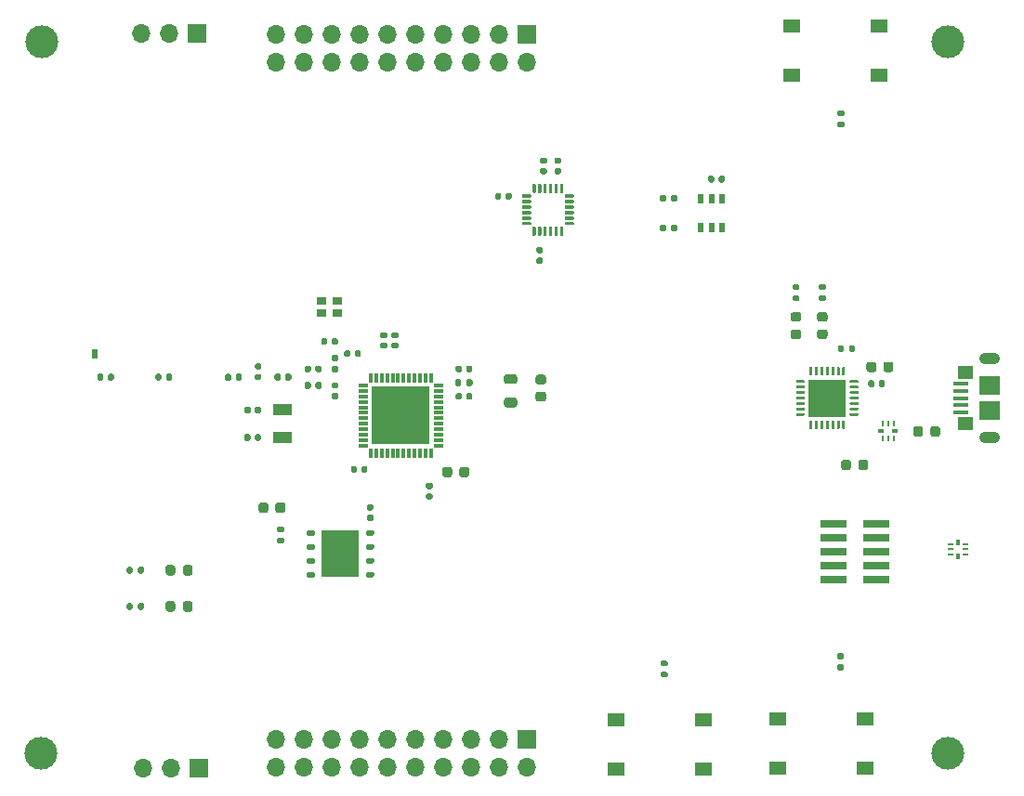
<source format=gbr>
%TF.GenerationSoftware,KiCad,Pcbnew,(5.1.9)-1*%
%TF.CreationDate,2021-08-18T01:11:22-04:00*%
%TF.ProjectId,CC2652_OnBoard,43433236-3532-45f4-9f6e-426f6172642e,rev?*%
%TF.SameCoordinates,Original*%
%TF.FileFunction,Soldermask,Top*%
%TF.FilePolarity,Negative*%
%FSLAX46Y46*%
G04 Gerber Fmt 4.6, Leading zero omitted, Abs format (unit mm)*
G04 Created by KiCad (PCBNEW (5.1.9)-1) date 2021-08-18 01:11:22*
%MOMM*%
%LPD*%
G01*
G04 APERTURE LIST*
%ADD10C,3.000000*%
%ADD11R,0.500000X0.900000*%
%ADD12R,0.850000X0.300000*%
%ADD13R,0.300000X0.850000*%
%ADD14R,5.250000X5.250000*%
%ADD15R,0.600000X0.300000*%
%ADD16R,0.250000X0.550000*%
%ADD17R,0.200000X0.550000*%
%ADD18R,1.450000X1.150000*%
%ADD19O,1.900000X1.050000*%
%ADD20R,1.900000X1.750000*%
%ADD21R,1.400000X0.400000*%
%ADD22R,0.300000X0.600000*%
%ADD23R,0.550000X0.250000*%
%ADD24R,0.550000X0.200000*%
%ADD25R,0.550000X0.900000*%
%ADD26R,3.350000X3.350000*%
%ADD27O,1.700000X1.700000*%
%ADD28R,1.700000X1.700000*%
%ADD29R,2.400000X0.740000*%
%ADD30R,3.400000X4.300000*%
%ADD31R,1.550000X1.300000*%
%ADD32R,0.900000X0.800000*%
%ADD33R,1.800000X1.000000*%
G04 APERTURE END LIST*
D10*
%TO.C,REF\u002A\u002A*%
X157850000Y-49950000D03*
%TD*%
%TO.C,REF\u002A\u002A*%
X157850000Y-114750000D03*
%TD*%
%TO.C,REF\u002A\u002A*%
X75200000Y-114800000D03*
%TD*%
%TO.C,REF\u002A\u002A*%
X75250000Y-49950000D03*
%TD*%
D11*
%TO.C,REF\u002A\u002A*%
X80150000Y-78400000D03*
%TD*%
D12*
%TO.C,IC1*%
X104550000Y-81250000D03*
X104550000Y-81750000D03*
X104550000Y-82250000D03*
X104550000Y-82750000D03*
X104550000Y-83250000D03*
X104550000Y-83750000D03*
X104550000Y-84250000D03*
X104550000Y-84750000D03*
X104550000Y-85250000D03*
X104550000Y-85750000D03*
X104550000Y-86250000D03*
X104550000Y-86750000D03*
D13*
X105250000Y-87450000D03*
X105750000Y-87450000D03*
X106250000Y-87450000D03*
X106750000Y-87450000D03*
X107250000Y-87450000D03*
X107750000Y-87450000D03*
X108250000Y-87450000D03*
X108750000Y-87450000D03*
X109250000Y-87450000D03*
X109750000Y-87450000D03*
X110250000Y-87450000D03*
X110750000Y-87450000D03*
D12*
X111450000Y-86750000D03*
X111450000Y-86250000D03*
X111450000Y-85750000D03*
X111450000Y-85250000D03*
X111450000Y-84750000D03*
X111450000Y-84250000D03*
X111450000Y-83750000D03*
X111450000Y-83250000D03*
X111450000Y-82750000D03*
X111450000Y-82250000D03*
X111450000Y-81750000D03*
X111450000Y-81250000D03*
D13*
X110750000Y-80550000D03*
X110250000Y-80550000D03*
X109750000Y-80550000D03*
X109250000Y-80550000D03*
X108750000Y-80550000D03*
X108250000Y-80550000D03*
X107750000Y-80550000D03*
X107250000Y-80550000D03*
X106750000Y-80550000D03*
X106250000Y-80550000D03*
X105750000Y-80550000D03*
X105250000Y-80550000D03*
D14*
X108000000Y-84000000D03*
%TD*%
%TO.C,EMI_VDDS_FILTER_USB1*%
G36*
G01*
X156250000Y-85706250D02*
X156250000Y-85193750D01*
G75*
G02*
X156468750Y-84975000I218750J0D01*
G01*
X156906250Y-84975000D01*
G75*
G02*
X157125000Y-85193750I0J-218750D01*
G01*
X157125000Y-85706250D01*
G75*
G02*
X156906250Y-85925000I-218750J0D01*
G01*
X156468750Y-85925000D01*
G75*
G02*
X156250000Y-85706250I0J218750D01*
G01*
G37*
G36*
G01*
X154675000Y-85706250D02*
X154675000Y-85193750D01*
G75*
G02*
X154893750Y-84975000I218750J0D01*
G01*
X155331250Y-84975000D01*
G75*
G02*
X155550000Y-85193750I0J-218750D01*
G01*
X155550000Y-85706250D01*
G75*
G02*
X155331250Y-85925000I-218750J0D01*
G01*
X154893750Y-85925000D01*
G75*
G02*
X154675000Y-85706250I0J218750D01*
G01*
G37*
%TD*%
D15*
%TO.C,USB_ESD1*%
X153050000Y-85400000D03*
D16*
X152900000Y-86075000D03*
D17*
X152400000Y-86075000D03*
D16*
X151900000Y-86075000D03*
D15*
X151750000Y-85400000D03*
D16*
X151900000Y-84725000D03*
D17*
X152400000Y-84725000D03*
D16*
X152900000Y-84725000D03*
%TD*%
D18*
%TO.C,USB_CONNECTOR_A1*%
X159420000Y-84720000D03*
X159420000Y-80080000D03*
D19*
X161650000Y-78825000D03*
X161650000Y-85975000D03*
D20*
X161650000Y-83525000D03*
D21*
X159000000Y-82400000D03*
X159000000Y-81750000D03*
X159000000Y-81100000D03*
X159000000Y-83700000D03*
X159000000Y-83050000D03*
D20*
X161650000Y-81275000D03*
%TD*%
%TO.C,FLASH_nCS_PUR1*%
G36*
G01*
X96865000Y-95140000D02*
X97235000Y-95140000D01*
G75*
G02*
X97370000Y-95275000I0J-135000D01*
G01*
X97370000Y-95545000D01*
G75*
G02*
X97235000Y-95680000I-135000J0D01*
G01*
X96865000Y-95680000D01*
G75*
G02*
X96730000Y-95545000I0J135000D01*
G01*
X96730000Y-95275000D01*
G75*
G02*
X96865000Y-95140000I135000J0D01*
G01*
G37*
G36*
G01*
X96865000Y-94120000D02*
X97235000Y-94120000D01*
G75*
G02*
X97370000Y-94255000I0J-135000D01*
G01*
X97370000Y-94525000D01*
G75*
G02*
X97235000Y-94660000I-135000J0D01*
G01*
X96865000Y-94660000D01*
G75*
G02*
X96730000Y-94525000I0J135000D01*
G01*
X96730000Y-94255000D01*
G75*
G02*
X96865000Y-94120000I135000J0D01*
G01*
G37*
%TD*%
%TO.C,CP2102_nRST_R1*%
G36*
G01*
X148360000Y-77715000D02*
X148360000Y-78085000D01*
G75*
G02*
X148225000Y-78220000I-135000J0D01*
G01*
X147955000Y-78220000D01*
G75*
G02*
X147820000Y-78085000I0J135000D01*
G01*
X147820000Y-77715000D01*
G75*
G02*
X147955000Y-77580000I135000J0D01*
G01*
X148225000Y-77580000D01*
G75*
G02*
X148360000Y-77715000I0J-135000D01*
G01*
G37*
G36*
G01*
X149380000Y-77715000D02*
X149380000Y-78085000D01*
G75*
G02*
X149245000Y-78220000I-135000J0D01*
G01*
X148975000Y-78220000D01*
G75*
G02*
X148840000Y-78085000I0J135000D01*
G01*
X148840000Y-77715000D01*
G75*
G02*
X148975000Y-77580000I135000J0D01*
G01*
X149245000Y-77580000D01*
G75*
G02*
X149380000Y-77715000I0J-135000D01*
G01*
G37*
%TD*%
D22*
%TO.C,JTAG_ESD1*%
X158800000Y-96850000D03*
D23*
X158125000Y-96700000D03*
D24*
X158125000Y-96200000D03*
D23*
X158125000Y-95700000D03*
D22*
X158800000Y-95550000D03*
D23*
X159475000Y-95700000D03*
D24*
X159475000Y-96200000D03*
D23*
X159475000Y-96700000D03*
%TD*%
D25*
%TO.C,Hall 3D*%
X135350000Y-64200000D03*
X136300000Y-64200000D03*
X137250000Y-64200000D03*
X137250000Y-66900000D03*
X136300000Y-66900000D03*
X135350000Y-66900000D03*
%TD*%
D26*
%TO.C,USB_UART1*%
X146850000Y-82400000D03*
G36*
G01*
X148475000Y-84512500D02*
X148475000Y-85187500D01*
G75*
G02*
X148412500Y-85250000I-62500J0D01*
G01*
X148287500Y-85250000D01*
G75*
G02*
X148225000Y-85187500I0J62500D01*
G01*
X148225000Y-84512500D01*
G75*
G02*
X148287500Y-84450000I62500J0D01*
G01*
X148412500Y-84450000D01*
G75*
G02*
X148475000Y-84512500I0J-62500D01*
G01*
G37*
G36*
G01*
X147975000Y-84512500D02*
X147975000Y-85187500D01*
G75*
G02*
X147912500Y-85250000I-62500J0D01*
G01*
X147787500Y-85250000D01*
G75*
G02*
X147725000Y-85187500I0J62500D01*
G01*
X147725000Y-84512500D01*
G75*
G02*
X147787500Y-84450000I62500J0D01*
G01*
X147912500Y-84450000D01*
G75*
G02*
X147975000Y-84512500I0J-62500D01*
G01*
G37*
G36*
G01*
X147475000Y-84512500D02*
X147475000Y-85187500D01*
G75*
G02*
X147412500Y-85250000I-62500J0D01*
G01*
X147287500Y-85250000D01*
G75*
G02*
X147225000Y-85187500I0J62500D01*
G01*
X147225000Y-84512500D01*
G75*
G02*
X147287500Y-84450000I62500J0D01*
G01*
X147412500Y-84450000D01*
G75*
G02*
X147475000Y-84512500I0J-62500D01*
G01*
G37*
G36*
G01*
X146975000Y-84512500D02*
X146975000Y-85187500D01*
G75*
G02*
X146912500Y-85250000I-62500J0D01*
G01*
X146787500Y-85250000D01*
G75*
G02*
X146725000Y-85187500I0J62500D01*
G01*
X146725000Y-84512500D01*
G75*
G02*
X146787500Y-84450000I62500J0D01*
G01*
X146912500Y-84450000D01*
G75*
G02*
X146975000Y-84512500I0J-62500D01*
G01*
G37*
G36*
G01*
X146475000Y-84512500D02*
X146475000Y-85187500D01*
G75*
G02*
X146412500Y-85250000I-62500J0D01*
G01*
X146287500Y-85250000D01*
G75*
G02*
X146225000Y-85187500I0J62500D01*
G01*
X146225000Y-84512500D01*
G75*
G02*
X146287500Y-84450000I62500J0D01*
G01*
X146412500Y-84450000D01*
G75*
G02*
X146475000Y-84512500I0J-62500D01*
G01*
G37*
G36*
G01*
X145975000Y-84512500D02*
X145975000Y-85187500D01*
G75*
G02*
X145912500Y-85250000I-62500J0D01*
G01*
X145787500Y-85250000D01*
G75*
G02*
X145725000Y-85187500I0J62500D01*
G01*
X145725000Y-84512500D01*
G75*
G02*
X145787500Y-84450000I62500J0D01*
G01*
X145912500Y-84450000D01*
G75*
G02*
X145975000Y-84512500I0J-62500D01*
G01*
G37*
G36*
G01*
X145475000Y-84512500D02*
X145475000Y-85187500D01*
G75*
G02*
X145412500Y-85250000I-62500J0D01*
G01*
X145287500Y-85250000D01*
G75*
G02*
X145225000Y-85187500I0J62500D01*
G01*
X145225000Y-84512500D01*
G75*
G02*
X145287500Y-84450000I62500J0D01*
G01*
X145412500Y-84450000D01*
G75*
G02*
X145475000Y-84512500I0J-62500D01*
G01*
G37*
G36*
G01*
X144800000Y-83837500D02*
X144800000Y-83962500D01*
G75*
G02*
X144737500Y-84025000I-62500J0D01*
G01*
X144062500Y-84025000D01*
G75*
G02*
X144000000Y-83962500I0J62500D01*
G01*
X144000000Y-83837500D01*
G75*
G02*
X144062500Y-83775000I62500J0D01*
G01*
X144737500Y-83775000D01*
G75*
G02*
X144800000Y-83837500I0J-62500D01*
G01*
G37*
G36*
G01*
X144800000Y-83337500D02*
X144800000Y-83462500D01*
G75*
G02*
X144737500Y-83525000I-62500J0D01*
G01*
X144062500Y-83525000D01*
G75*
G02*
X144000000Y-83462500I0J62500D01*
G01*
X144000000Y-83337500D01*
G75*
G02*
X144062500Y-83275000I62500J0D01*
G01*
X144737500Y-83275000D01*
G75*
G02*
X144800000Y-83337500I0J-62500D01*
G01*
G37*
G36*
G01*
X144800000Y-82837500D02*
X144800000Y-82962500D01*
G75*
G02*
X144737500Y-83025000I-62500J0D01*
G01*
X144062500Y-83025000D01*
G75*
G02*
X144000000Y-82962500I0J62500D01*
G01*
X144000000Y-82837500D01*
G75*
G02*
X144062500Y-82775000I62500J0D01*
G01*
X144737500Y-82775000D01*
G75*
G02*
X144800000Y-82837500I0J-62500D01*
G01*
G37*
G36*
G01*
X144800000Y-82337500D02*
X144800000Y-82462500D01*
G75*
G02*
X144737500Y-82525000I-62500J0D01*
G01*
X144062500Y-82525000D01*
G75*
G02*
X144000000Y-82462500I0J62500D01*
G01*
X144000000Y-82337500D01*
G75*
G02*
X144062500Y-82275000I62500J0D01*
G01*
X144737500Y-82275000D01*
G75*
G02*
X144800000Y-82337500I0J-62500D01*
G01*
G37*
G36*
G01*
X144800000Y-81837500D02*
X144800000Y-81962500D01*
G75*
G02*
X144737500Y-82025000I-62500J0D01*
G01*
X144062500Y-82025000D01*
G75*
G02*
X144000000Y-81962500I0J62500D01*
G01*
X144000000Y-81837500D01*
G75*
G02*
X144062500Y-81775000I62500J0D01*
G01*
X144737500Y-81775000D01*
G75*
G02*
X144800000Y-81837500I0J-62500D01*
G01*
G37*
G36*
G01*
X144800000Y-81337500D02*
X144800000Y-81462500D01*
G75*
G02*
X144737500Y-81525000I-62500J0D01*
G01*
X144062500Y-81525000D01*
G75*
G02*
X144000000Y-81462500I0J62500D01*
G01*
X144000000Y-81337500D01*
G75*
G02*
X144062500Y-81275000I62500J0D01*
G01*
X144737500Y-81275000D01*
G75*
G02*
X144800000Y-81337500I0J-62500D01*
G01*
G37*
G36*
G01*
X144800000Y-80837500D02*
X144800000Y-80962500D01*
G75*
G02*
X144737500Y-81025000I-62500J0D01*
G01*
X144062500Y-81025000D01*
G75*
G02*
X144000000Y-80962500I0J62500D01*
G01*
X144000000Y-80837500D01*
G75*
G02*
X144062500Y-80775000I62500J0D01*
G01*
X144737500Y-80775000D01*
G75*
G02*
X144800000Y-80837500I0J-62500D01*
G01*
G37*
G36*
G01*
X145475000Y-79612500D02*
X145475000Y-80287500D01*
G75*
G02*
X145412500Y-80350000I-62500J0D01*
G01*
X145287500Y-80350000D01*
G75*
G02*
X145225000Y-80287500I0J62500D01*
G01*
X145225000Y-79612500D01*
G75*
G02*
X145287500Y-79550000I62500J0D01*
G01*
X145412500Y-79550000D01*
G75*
G02*
X145475000Y-79612500I0J-62500D01*
G01*
G37*
G36*
G01*
X145975000Y-79612500D02*
X145975000Y-80287500D01*
G75*
G02*
X145912500Y-80350000I-62500J0D01*
G01*
X145787500Y-80350000D01*
G75*
G02*
X145725000Y-80287500I0J62500D01*
G01*
X145725000Y-79612500D01*
G75*
G02*
X145787500Y-79550000I62500J0D01*
G01*
X145912500Y-79550000D01*
G75*
G02*
X145975000Y-79612500I0J-62500D01*
G01*
G37*
G36*
G01*
X146475000Y-79612500D02*
X146475000Y-80287500D01*
G75*
G02*
X146412500Y-80350000I-62500J0D01*
G01*
X146287500Y-80350000D01*
G75*
G02*
X146225000Y-80287500I0J62500D01*
G01*
X146225000Y-79612500D01*
G75*
G02*
X146287500Y-79550000I62500J0D01*
G01*
X146412500Y-79550000D01*
G75*
G02*
X146475000Y-79612500I0J-62500D01*
G01*
G37*
G36*
G01*
X146975000Y-79612500D02*
X146975000Y-80287500D01*
G75*
G02*
X146912500Y-80350000I-62500J0D01*
G01*
X146787500Y-80350000D01*
G75*
G02*
X146725000Y-80287500I0J62500D01*
G01*
X146725000Y-79612500D01*
G75*
G02*
X146787500Y-79550000I62500J0D01*
G01*
X146912500Y-79550000D01*
G75*
G02*
X146975000Y-79612500I0J-62500D01*
G01*
G37*
G36*
G01*
X147475000Y-79612500D02*
X147475000Y-80287500D01*
G75*
G02*
X147412500Y-80350000I-62500J0D01*
G01*
X147287500Y-80350000D01*
G75*
G02*
X147225000Y-80287500I0J62500D01*
G01*
X147225000Y-79612500D01*
G75*
G02*
X147287500Y-79550000I62500J0D01*
G01*
X147412500Y-79550000D01*
G75*
G02*
X147475000Y-79612500I0J-62500D01*
G01*
G37*
G36*
G01*
X147975000Y-79612500D02*
X147975000Y-80287500D01*
G75*
G02*
X147912500Y-80350000I-62500J0D01*
G01*
X147787500Y-80350000D01*
G75*
G02*
X147725000Y-80287500I0J62500D01*
G01*
X147725000Y-79612500D01*
G75*
G02*
X147787500Y-79550000I62500J0D01*
G01*
X147912500Y-79550000D01*
G75*
G02*
X147975000Y-79612500I0J-62500D01*
G01*
G37*
G36*
G01*
X148475000Y-79612500D02*
X148475000Y-80287500D01*
G75*
G02*
X148412500Y-80350000I-62500J0D01*
G01*
X148287500Y-80350000D01*
G75*
G02*
X148225000Y-80287500I0J62500D01*
G01*
X148225000Y-79612500D01*
G75*
G02*
X148287500Y-79550000I62500J0D01*
G01*
X148412500Y-79550000D01*
G75*
G02*
X148475000Y-79612500I0J-62500D01*
G01*
G37*
G36*
G01*
X149700000Y-80837500D02*
X149700000Y-80962500D01*
G75*
G02*
X149637500Y-81025000I-62500J0D01*
G01*
X148962500Y-81025000D01*
G75*
G02*
X148900000Y-80962500I0J62500D01*
G01*
X148900000Y-80837500D01*
G75*
G02*
X148962500Y-80775000I62500J0D01*
G01*
X149637500Y-80775000D01*
G75*
G02*
X149700000Y-80837500I0J-62500D01*
G01*
G37*
G36*
G01*
X149700000Y-81337500D02*
X149700000Y-81462500D01*
G75*
G02*
X149637500Y-81525000I-62500J0D01*
G01*
X148962500Y-81525000D01*
G75*
G02*
X148900000Y-81462500I0J62500D01*
G01*
X148900000Y-81337500D01*
G75*
G02*
X148962500Y-81275000I62500J0D01*
G01*
X149637500Y-81275000D01*
G75*
G02*
X149700000Y-81337500I0J-62500D01*
G01*
G37*
G36*
G01*
X149700000Y-81837500D02*
X149700000Y-81962500D01*
G75*
G02*
X149637500Y-82025000I-62500J0D01*
G01*
X148962500Y-82025000D01*
G75*
G02*
X148900000Y-81962500I0J62500D01*
G01*
X148900000Y-81837500D01*
G75*
G02*
X148962500Y-81775000I62500J0D01*
G01*
X149637500Y-81775000D01*
G75*
G02*
X149700000Y-81837500I0J-62500D01*
G01*
G37*
G36*
G01*
X149700000Y-82337500D02*
X149700000Y-82462500D01*
G75*
G02*
X149637500Y-82525000I-62500J0D01*
G01*
X148962500Y-82525000D01*
G75*
G02*
X148900000Y-82462500I0J62500D01*
G01*
X148900000Y-82337500D01*
G75*
G02*
X148962500Y-82275000I62500J0D01*
G01*
X149637500Y-82275000D01*
G75*
G02*
X149700000Y-82337500I0J-62500D01*
G01*
G37*
G36*
G01*
X149700000Y-82837500D02*
X149700000Y-82962500D01*
G75*
G02*
X149637500Y-83025000I-62500J0D01*
G01*
X148962500Y-83025000D01*
G75*
G02*
X148900000Y-82962500I0J62500D01*
G01*
X148900000Y-82837500D01*
G75*
G02*
X148962500Y-82775000I62500J0D01*
G01*
X149637500Y-82775000D01*
G75*
G02*
X149700000Y-82837500I0J-62500D01*
G01*
G37*
G36*
G01*
X149700000Y-83337500D02*
X149700000Y-83462500D01*
G75*
G02*
X149637500Y-83525000I-62500J0D01*
G01*
X148962500Y-83525000D01*
G75*
G02*
X148900000Y-83462500I0J62500D01*
G01*
X148900000Y-83337500D01*
G75*
G02*
X148962500Y-83275000I62500J0D01*
G01*
X149637500Y-83275000D01*
G75*
G02*
X149700000Y-83337500I0J-62500D01*
G01*
G37*
G36*
G01*
X149700000Y-83837500D02*
X149700000Y-83962500D01*
G75*
G02*
X149637500Y-84025000I-62500J0D01*
G01*
X148962500Y-84025000D01*
G75*
G02*
X148900000Y-83962500I0J62500D01*
G01*
X148900000Y-83837500D01*
G75*
G02*
X148962500Y-83775000I62500J0D01*
G01*
X149637500Y-83775000D01*
G75*
G02*
X149700000Y-83837500I0J-62500D01*
G01*
G37*
%TD*%
%TO.C,R_RESET1*%
G36*
G01*
X148305000Y-56710000D02*
X147935000Y-56710000D01*
G75*
G02*
X147800000Y-56575000I0J135000D01*
G01*
X147800000Y-56305000D01*
G75*
G02*
X147935000Y-56170000I135000J0D01*
G01*
X148305000Y-56170000D01*
G75*
G02*
X148440000Y-56305000I0J-135000D01*
G01*
X148440000Y-56575000D01*
G75*
G02*
X148305000Y-56710000I-135000J0D01*
G01*
G37*
G36*
G01*
X148305000Y-57730000D02*
X147935000Y-57730000D01*
G75*
G02*
X147800000Y-57595000I0J135000D01*
G01*
X147800000Y-57325000D01*
G75*
G02*
X147935000Y-57190000I135000J0D01*
G01*
X148305000Y-57190000D01*
G75*
G02*
X148440000Y-57325000I0J-135000D01*
G01*
X148440000Y-57595000D01*
G75*
G02*
X148305000Y-57730000I-135000J0D01*
G01*
G37*
%TD*%
%TO.C,R_LED_VERDE1*%
G36*
G01*
X83560000Y-101215000D02*
X83560000Y-101585000D01*
G75*
G02*
X83425000Y-101720000I-135000J0D01*
G01*
X83155000Y-101720000D01*
G75*
G02*
X83020000Y-101585000I0J135000D01*
G01*
X83020000Y-101215000D01*
G75*
G02*
X83155000Y-101080000I135000J0D01*
G01*
X83425000Y-101080000D01*
G75*
G02*
X83560000Y-101215000I0J-135000D01*
G01*
G37*
G36*
G01*
X84580000Y-101215000D02*
X84580000Y-101585000D01*
G75*
G02*
X84445000Y-101720000I-135000J0D01*
G01*
X84175000Y-101720000D01*
G75*
G02*
X84040000Y-101585000I0J135000D01*
G01*
X84040000Y-101215000D01*
G75*
G02*
X84175000Y-101080000I135000J0D01*
G01*
X84445000Y-101080000D01*
G75*
G02*
X84580000Y-101215000I0J-135000D01*
G01*
G37*
%TD*%
%TO.C,R_LED_USB_Tx1*%
G36*
G01*
X143815000Y-73040000D02*
X144185000Y-73040000D01*
G75*
G02*
X144320000Y-73175000I0J-135000D01*
G01*
X144320000Y-73445000D01*
G75*
G02*
X144185000Y-73580000I-135000J0D01*
G01*
X143815000Y-73580000D01*
G75*
G02*
X143680000Y-73445000I0J135000D01*
G01*
X143680000Y-73175000D01*
G75*
G02*
X143815000Y-73040000I135000J0D01*
G01*
G37*
G36*
G01*
X143815000Y-72020000D02*
X144185000Y-72020000D01*
G75*
G02*
X144320000Y-72155000I0J-135000D01*
G01*
X144320000Y-72425000D01*
G75*
G02*
X144185000Y-72560000I-135000J0D01*
G01*
X143815000Y-72560000D01*
G75*
G02*
X143680000Y-72425000I0J135000D01*
G01*
X143680000Y-72155000D01*
G75*
G02*
X143815000Y-72020000I135000J0D01*
G01*
G37*
%TD*%
%TO.C,R_LED_USB_Rx1*%
G36*
G01*
X146215000Y-73040000D02*
X146585000Y-73040000D01*
G75*
G02*
X146720000Y-73175000I0J-135000D01*
G01*
X146720000Y-73445000D01*
G75*
G02*
X146585000Y-73580000I-135000J0D01*
G01*
X146215000Y-73580000D01*
G75*
G02*
X146080000Y-73445000I0J135000D01*
G01*
X146080000Y-73175000D01*
G75*
G02*
X146215000Y-73040000I135000J0D01*
G01*
G37*
G36*
G01*
X146215000Y-72020000D02*
X146585000Y-72020000D01*
G75*
G02*
X146720000Y-72155000I0J-135000D01*
G01*
X146720000Y-72425000D01*
G75*
G02*
X146585000Y-72560000I-135000J0D01*
G01*
X146215000Y-72560000D01*
G75*
G02*
X146080000Y-72425000I0J135000D01*
G01*
X146080000Y-72155000D01*
G75*
G02*
X146215000Y-72020000I135000J0D01*
G01*
G37*
%TD*%
%TO.C,R_LED_ROJO1*%
G36*
G01*
X83560000Y-97915000D02*
X83560000Y-98285000D01*
G75*
G02*
X83425000Y-98420000I-135000J0D01*
G01*
X83155000Y-98420000D01*
G75*
G02*
X83020000Y-98285000I0J135000D01*
G01*
X83020000Y-97915000D01*
G75*
G02*
X83155000Y-97780000I135000J0D01*
G01*
X83425000Y-97780000D01*
G75*
G02*
X83560000Y-97915000I0J-135000D01*
G01*
G37*
G36*
G01*
X84580000Y-97915000D02*
X84580000Y-98285000D01*
G75*
G02*
X84445000Y-98420000I-135000J0D01*
G01*
X84175000Y-98420000D01*
G75*
G02*
X84040000Y-98285000I0J135000D01*
G01*
X84040000Y-97915000D01*
G75*
G02*
X84175000Y-97780000I135000J0D01*
G01*
X84445000Y-97780000D01*
G75*
G02*
X84580000Y-97915000I0J-135000D01*
G01*
G37*
%TD*%
%TO.C,R3*%
G36*
G01*
X113510000Y-80815000D02*
X113510000Y-81185000D01*
G75*
G02*
X113375000Y-81320000I-135000J0D01*
G01*
X113105000Y-81320000D01*
G75*
G02*
X112970000Y-81185000I0J135000D01*
G01*
X112970000Y-80815000D01*
G75*
G02*
X113105000Y-80680000I135000J0D01*
G01*
X113375000Y-80680000D01*
G75*
G02*
X113510000Y-80815000I0J-135000D01*
G01*
G37*
G36*
G01*
X114530000Y-80815000D02*
X114530000Y-81185000D01*
G75*
G02*
X114395000Y-81320000I-135000J0D01*
G01*
X114125000Y-81320000D01*
G75*
G02*
X113990000Y-81185000I0J135000D01*
G01*
X113990000Y-80815000D01*
G75*
G02*
X114125000Y-80680000I135000J0D01*
G01*
X114395000Y-80680000D01*
G75*
G02*
X114530000Y-80815000I0J-135000D01*
G01*
G37*
%TD*%
D27*
%TO.C,PINS_PWR_IZQ1*%
X84320000Y-49200000D03*
X86860000Y-49200000D03*
D28*
X89400000Y-49200000D03*
%TD*%
D27*
%TO.C,PINS_PWR_DER1*%
X84520000Y-116100000D03*
X87060000Y-116100000D03*
D28*
X89600000Y-116100000D03*
%TD*%
D27*
%TO.C,PINS_IZQ1*%
X96590000Y-51790000D03*
X96590000Y-49250000D03*
X99130000Y-51790000D03*
X99130000Y-49250000D03*
X101670000Y-51790000D03*
X101670000Y-49250000D03*
X104210000Y-51790000D03*
X104210000Y-49250000D03*
X106750000Y-51790000D03*
X106750000Y-49250000D03*
X109290000Y-51790000D03*
X109290000Y-49250000D03*
X111830000Y-51790000D03*
X111830000Y-49250000D03*
X114370000Y-51790000D03*
X114370000Y-49250000D03*
X116910000Y-51790000D03*
X116910000Y-49250000D03*
X119450000Y-51790000D03*
D28*
X119450000Y-49250000D03*
%TD*%
D27*
%TO.C,PINS_DER1*%
X96590000Y-116090000D03*
X96590000Y-113550000D03*
X99130000Y-116090000D03*
X99130000Y-113550000D03*
X101670000Y-116090000D03*
X101670000Y-113550000D03*
X104210000Y-116090000D03*
X104210000Y-113550000D03*
X106750000Y-116090000D03*
X106750000Y-113550000D03*
X109290000Y-116090000D03*
X109290000Y-113550000D03*
X111830000Y-116090000D03*
X111830000Y-113550000D03*
X114370000Y-116090000D03*
X114370000Y-113550000D03*
X116910000Y-116090000D03*
X116910000Y-113550000D03*
X119450000Y-116090000D03*
D28*
X119450000Y-113550000D03*
%TD*%
%TO.C,LED 2*%
G36*
G01*
X88150000Y-101656250D02*
X88150000Y-101143750D01*
G75*
G02*
X88368750Y-100925000I218750J0D01*
G01*
X88806250Y-100925000D01*
G75*
G02*
X89025000Y-101143750I0J-218750D01*
G01*
X89025000Y-101656250D01*
G75*
G02*
X88806250Y-101875000I-218750J0D01*
G01*
X88368750Y-101875000D01*
G75*
G02*
X88150000Y-101656250I0J218750D01*
G01*
G37*
G36*
G01*
X86575000Y-101656250D02*
X86575000Y-101143750D01*
G75*
G02*
X86793750Y-100925000I218750J0D01*
G01*
X87231250Y-100925000D01*
G75*
G02*
X87450000Y-101143750I0J-218750D01*
G01*
X87450000Y-101656250D01*
G75*
G02*
X87231250Y-101875000I-218750J0D01*
G01*
X86793750Y-101875000D01*
G75*
G02*
X86575000Y-101656250I0J218750D01*
G01*
G37*
%TD*%
%TO.C,LED 1*%
G36*
G01*
X88150000Y-98356250D02*
X88150000Y-97843750D01*
G75*
G02*
X88368750Y-97625000I218750J0D01*
G01*
X88806250Y-97625000D01*
G75*
G02*
X89025000Y-97843750I0J-218750D01*
G01*
X89025000Y-98356250D01*
G75*
G02*
X88806250Y-98575000I-218750J0D01*
G01*
X88368750Y-98575000D01*
G75*
G02*
X88150000Y-98356250I0J218750D01*
G01*
G37*
G36*
G01*
X86575000Y-98356250D02*
X86575000Y-97843750D01*
G75*
G02*
X86793750Y-97625000I218750J0D01*
G01*
X87231250Y-97625000D01*
G75*
G02*
X87450000Y-97843750I0J-218750D01*
G01*
X87450000Y-98356250D01*
G75*
G02*
X87231250Y-98575000I-218750J0D01*
G01*
X86793750Y-98575000D01*
G75*
G02*
X86575000Y-98356250I0J218750D01*
G01*
G37*
%TD*%
%TO.C,L101*%
G36*
G01*
X118381250Y-81125000D02*
X117618750Y-81125000D01*
G75*
G02*
X117400000Y-80906250I0J218750D01*
G01*
X117400000Y-80468750D01*
G75*
G02*
X117618750Y-80250000I218750J0D01*
G01*
X118381250Y-80250000D01*
G75*
G02*
X118600000Y-80468750I0J-218750D01*
G01*
X118600000Y-80906250D01*
G75*
G02*
X118381250Y-81125000I-218750J0D01*
G01*
G37*
G36*
G01*
X118381250Y-83250000D02*
X117618750Y-83250000D01*
G75*
G02*
X117400000Y-83031250I0J218750D01*
G01*
X117400000Y-82593750D01*
G75*
G02*
X117618750Y-82375000I218750J0D01*
G01*
X118381250Y-82375000D01*
G75*
G02*
X118600000Y-82593750I0J-218750D01*
G01*
X118600000Y-83031250D01*
G75*
G02*
X118381250Y-83250000I-218750J0D01*
G01*
G37*
%TD*%
%TO.C,L34*%
G36*
G01*
X92560000Y-80327500D02*
X92560000Y-80672500D01*
G75*
G02*
X92412500Y-80820000I-147500J0D01*
G01*
X92117500Y-80820000D01*
G75*
G02*
X91970000Y-80672500I0J147500D01*
G01*
X91970000Y-80327500D01*
G75*
G02*
X92117500Y-80180000I147500J0D01*
G01*
X92412500Y-80180000D01*
G75*
G02*
X92560000Y-80327500I0J-147500D01*
G01*
G37*
G36*
G01*
X93530000Y-80327500D02*
X93530000Y-80672500D01*
G75*
G02*
X93382500Y-80820000I-147500J0D01*
G01*
X93087500Y-80820000D01*
G75*
G02*
X92940000Y-80672500I0J147500D01*
G01*
X92940000Y-80327500D01*
G75*
G02*
X93087500Y-80180000I147500J0D01*
G01*
X93382500Y-80180000D01*
G75*
G02*
X93530000Y-80327500I0J-147500D01*
G01*
G37*
%TD*%
%TO.C,L33*%
G36*
G01*
X97060000Y-80327500D02*
X97060000Y-80672500D01*
G75*
G02*
X96912500Y-80820000I-147500J0D01*
G01*
X96617500Y-80820000D01*
G75*
G02*
X96470000Y-80672500I0J147500D01*
G01*
X96470000Y-80327500D01*
G75*
G02*
X96617500Y-80180000I147500J0D01*
G01*
X96912500Y-80180000D01*
G75*
G02*
X97060000Y-80327500I0J-147500D01*
G01*
G37*
G36*
G01*
X98030000Y-80327500D02*
X98030000Y-80672500D01*
G75*
G02*
X97882500Y-80820000I-147500J0D01*
G01*
X97587500Y-80820000D01*
G75*
G02*
X97440000Y-80672500I0J147500D01*
G01*
X97440000Y-80327500D01*
G75*
G02*
X97587500Y-80180000I147500J0D01*
G01*
X97882500Y-80180000D01*
G75*
G02*
X98030000Y-80327500I0J-147500D01*
G01*
G37*
%TD*%
%TO.C,L32*%
G36*
G01*
X101827500Y-79440000D02*
X102172500Y-79440000D01*
G75*
G02*
X102320000Y-79587500I0J-147500D01*
G01*
X102320000Y-79882500D01*
G75*
G02*
X102172500Y-80030000I-147500J0D01*
G01*
X101827500Y-80030000D01*
G75*
G02*
X101680000Y-79882500I0J147500D01*
G01*
X101680000Y-79587500D01*
G75*
G02*
X101827500Y-79440000I147500J0D01*
G01*
G37*
G36*
G01*
X101827500Y-78470000D02*
X102172500Y-78470000D01*
G75*
G02*
X102320000Y-78617500I0J-147500D01*
G01*
X102320000Y-78912500D01*
G75*
G02*
X102172500Y-79060000I-147500J0D01*
G01*
X101827500Y-79060000D01*
G75*
G02*
X101680000Y-78912500I0J147500D01*
G01*
X101680000Y-78617500D01*
G75*
G02*
X101827500Y-78470000I147500J0D01*
G01*
G37*
%TD*%
%TO.C,L31*%
G36*
G01*
X99810000Y-81077500D02*
X99810000Y-81422500D01*
G75*
G02*
X99662500Y-81570000I-147500J0D01*
G01*
X99367500Y-81570000D01*
G75*
G02*
X99220000Y-81422500I0J147500D01*
G01*
X99220000Y-81077500D01*
G75*
G02*
X99367500Y-80930000I147500J0D01*
G01*
X99662500Y-80930000D01*
G75*
G02*
X99810000Y-81077500I0J-147500D01*
G01*
G37*
G36*
G01*
X100780000Y-81077500D02*
X100780000Y-81422500D01*
G75*
G02*
X100632500Y-81570000I-147500J0D01*
G01*
X100337500Y-81570000D01*
G75*
G02*
X100190000Y-81422500I0J147500D01*
G01*
X100190000Y-81077500D01*
G75*
G02*
X100337500Y-80930000I147500J0D01*
G01*
X100632500Y-80930000D01*
G75*
G02*
X100780000Y-81077500I0J-147500D01*
G01*
G37*
%TD*%
D29*
%TO.C,JTAG XDS110*%
X147450000Y-93860000D03*
X151350000Y-93860000D03*
X147450000Y-95130000D03*
X151350000Y-95130000D03*
X147450000Y-96400000D03*
X151350000Y-96400000D03*
X147450000Y-97670000D03*
X151350000Y-97670000D03*
X147450000Y-98940000D03*
X151350000Y-98940000D03*
%TD*%
%TO.C,HALL_SDA_PUR1*%
G36*
G01*
X132640000Y-64385000D02*
X132640000Y-64015000D01*
G75*
G02*
X132775000Y-63880000I135000J0D01*
G01*
X133045000Y-63880000D01*
G75*
G02*
X133180000Y-64015000I0J-135000D01*
G01*
X133180000Y-64385000D01*
G75*
G02*
X133045000Y-64520000I-135000J0D01*
G01*
X132775000Y-64520000D01*
G75*
G02*
X132640000Y-64385000I0J135000D01*
G01*
G37*
G36*
G01*
X131620000Y-64385000D02*
X131620000Y-64015000D01*
G75*
G02*
X131755000Y-63880000I135000J0D01*
G01*
X132025000Y-63880000D01*
G75*
G02*
X132160000Y-64015000I0J-135000D01*
G01*
X132160000Y-64385000D01*
G75*
G02*
X132025000Y-64520000I-135000J0D01*
G01*
X131755000Y-64520000D01*
G75*
G02*
X131620000Y-64385000I0J135000D01*
G01*
G37*
%TD*%
%TO.C,HALL_SCL_PUR1*%
G36*
G01*
X132640000Y-67085000D02*
X132640000Y-66715000D01*
G75*
G02*
X132775000Y-66580000I135000J0D01*
G01*
X133045000Y-66580000D01*
G75*
G02*
X133180000Y-66715000I0J-135000D01*
G01*
X133180000Y-67085000D01*
G75*
G02*
X133045000Y-67220000I-135000J0D01*
G01*
X132775000Y-67220000D01*
G75*
G02*
X132640000Y-67085000I0J135000D01*
G01*
G37*
G36*
G01*
X131620000Y-67085000D02*
X131620000Y-66715000D01*
G75*
G02*
X131755000Y-66580000I135000J0D01*
G01*
X132025000Y-66580000D01*
G75*
G02*
X132160000Y-66715000I0J-135000D01*
G01*
X132160000Y-67085000D01*
G75*
G02*
X132025000Y-67220000I-135000J0D01*
G01*
X131755000Y-67220000D01*
G75*
G02*
X131620000Y-67085000I0J135000D01*
G01*
G37*
%TD*%
%TO.C,MPU6050*%
G36*
G01*
X122575000Y-66775000D02*
X122725000Y-66775000D01*
G75*
G02*
X122800000Y-66850000I0J-75000D01*
G01*
X122800000Y-67550000D01*
G75*
G02*
X122725000Y-67625000I-75000J0D01*
G01*
X122575000Y-67625000D01*
G75*
G02*
X122500000Y-67550000I0J75000D01*
G01*
X122500000Y-66850000D01*
G75*
G02*
X122575000Y-66775000I75000J0D01*
G01*
G37*
G36*
G01*
X122075000Y-66775000D02*
X122225000Y-66775000D01*
G75*
G02*
X122300000Y-66850000I0J-75000D01*
G01*
X122300000Y-67550000D01*
G75*
G02*
X122225000Y-67625000I-75000J0D01*
G01*
X122075000Y-67625000D01*
G75*
G02*
X122000000Y-67550000I0J75000D01*
G01*
X122000000Y-66850000D01*
G75*
G02*
X122075000Y-66775000I75000J0D01*
G01*
G37*
G36*
G01*
X121575000Y-66775000D02*
X121725000Y-66775000D01*
G75*
G02*
X121800000Y-66850000I0J-75000D01*
G01*
X121800000Y-67550000D01*
G75*
G02*
X121725000Y-67625000I-75000J0D01*
G01*
X121575000Y-67625000D01*
G75*
G02*
X121500000Y-67550000I0J75000D01*
G01*
X121500000Y-66850000D01*
G75*
G02*
X121575000Y-66775000I75000J0D01*
G01*
G37*
G36*
G01*
X121075000Y-66775000D02*
X121225000Y-66775000D01*
G75*
G02*
X121300000Y-66850000I0J-75000D01*
G01*
X121300000Y-67550000D01*
G75*
G02*
X121225000Y-67625000I-75000J0D01*
G01*
X121075000Y-67625000D01*
G75*
G02*
X121000000Y-67550000I0J75000D01*
G01*
X121000000Y-66850000D01*
G75*
G02*
X121075000Y-66775000I75000J0D01*
G01*
G37*
G36*
G01*
X120575000Y-66775000D02*
X120725000Y-66775000D01*
G75*
G02*
X120800000Y-66850000I0J-75000D01*
G01*
X120800000Y-67550000D01*
G75*
G02*
X120725000Y-67625000I-75000J0D01*
G01*
X120575000Y-67625000D01*
G75*
G02*
X120500000Y-67550000I0J75000D01*
G01*
X120500000Y-66850000D01*
G75*
G02*
X120575000Y-66775000I75000J0D01*
G01*
G37*
G36*
G01*
X120075000Y-66775000D02*
X120225000Y-66775000D01*
G75*
G02*
X120300000Y-66850000I0J-75000D01*
G01*
X120300000Y-67550000D01*
G75*
G02*
X120225000Y-67625000I-75000J0D01*
G01*
X120075000Y-67625000D01*
G75*
G02*
X120000000Y-67550000I0J75000D01*
G01*
X120000000Y-66850000D01*
G75*
G02*
X120075000Y-66775000I75000J0D01*
G01*
G37*
G36*
G01*
X119875000Y-66425000D02*
X119875000Y-66575000D01*
G75*
G02*
X119800000Y-66650000I-75000J0D01*
G01*
X119100000Y-66650000D01*
G75*
G02*
X119025000Y-66575000I0J75000D01*
G01*
X119025000Y-66425000D01*
G75*
G02*
X119100000Y-66350000I75000J0D01*
G01*
X119800000Y-66350000D01*
G75*
G02*
X119875000Y-66425000I0J-75000D01*
G01*
G37*
G36*
G01*
X119875000Y-65925000D02*
X119875000Y-66075000D01*
G75*
G02*
X119800000Y-66150000I-75000J0D01*
G01*
X119100000Y-66150000D01*
G75*
G02*
X119025000Y-66075000I0J75000D01*
G01*
X119025000Y-65925000D01*
G75*
G02*
X119100000Y-65850000I75000J0D01*
G01*
X119800000Y-65850000D01*
G75*
G02*
X119875000Y-65925000I0J-75000D01*
G01*
G37*
G36*
G01*
X119875000Y-65425000D02*
X119875000Y-65575000D01*
G75*
G02*
X119800000Y-65650000I-75000J0D01*
G01*
X119100000Y-65650000D01*
G75*
G02*
X119025000Y-65575000I0J75000D01*
G01*
X119025000Y-65425000D01*
G75*
G02*
X119100000Y-65350000I75000J0D01*
G01*
X119800000Y-65350000D01*
G75*
G02*
X119875000Y-65425000I0J-75000D01*
G01*
G37*
G36*
G01*
X119875000Y-64925000D02*
X119875000Y-65075000D01*
G75*
G02*
X119800000Y-65150000I-75000J0D01*
G01*
X119100000Y-65150000D01*
G75*
G02*
X119025000Y-65075000I0J75000D01*
G01*
X119025000Y-64925000D01*
G75*
G02*
X119100000Y-64850000I75000J0D01*
G01*
X119800000Y-64850000D01*
G75*
G02*
X119875000Y-64925000I0J-75000D01*
G01*
G37*
G36*
G01*
X119875000Y-64425000D02*
X119875000Y-64575000D01*
G75*
G02*
X119800000Y-64650000I-75000J0D01*
G01*
X119100000Y-64650000D01*
G75*
G02*
X119025000Y-64575000I0J75000D01*
G01*
X119025000Y-64425000D01*
G75*
G02*
X119100000Y-64350000I75000J0D01*
G01*
X119800000Y-64350000D01*
G75*
G02*
X119875000Y-64425000I0J-75000D01*
G01*
G37*
G36*
G01*
X119875000Y-63925000D02*
X119875000Y-64075000D01*
G75*
G02*
X119800000Y-64150000I-75000J0D01*
G01*
X119100000Y-64150000D01*
G75*
G02*
X119025000Y-64075000I0J75000D01*
G01*
X119025000Y-63925000D01*
G75*
G02*
X119100000Y-63850000I75000J0D01*
G01*
X119800000Y-63850000D01*
G75*
G02*
X119875000Y-63925000I0J-75000D01*
G01*
G37*
G36*
G01*
X120075000Y-62875000D02*
X120225000Y-62875000D01*
G75*
G02*
X120300000Y-62950000I0J-75000D01*
G01*
X120300000Y-63650000D01*
G75*
G02*
X120225000Y-63725000I-75000J0D01*
G01*
X120075000Y-63725000D01*
G75*
G02*
X120000000Y-63650000I0J75000D01*
G01*
X120000000Y-62950000D01*
G75*
G02*
X120075000Y-62875000I75000J0D01*
G01*
G37*
G36*
G01*
X120575000Y-62875000D02*
X120725000Y-62875000D01*
G75*
G02*
X120800000Y-62950000I0J-75000D01*
G01*
X120800000Y-63650000D01*
G75*
G02*
X120725000Y-63725000I-75000J0D01*
G01*
X120575000Y-63725000D01*
G75*
G02*
X120500000Y-63650000I0J75000D01*
G01*
X120500000Y-62950000D01*
G75*
G02*
X120575000Y-62875000I75000J0D01*
G01*
G37*
G36*
G01*
X121075000Y-62875000D02*
X121225000Y-62875000D01*
G75*
G02*
X121300000Y-62950000I0J-75000D01*
G01*
X121300000Y-63650000D01*
G75*
G02*
X121225000Y-63725000I-75000J0D01*
G01*
X121075000Y-63725000D01*
G75*
G02*
X121000000Y-63650000I0J75000D01*
G01*
X121000000Y-62950000D01*
G75*
G02*
X121075000Y-62875000I75000J0D01*
G01*
G37*
G36*
G01*
X121575000Y-62875000D02*
X121725000Y-62875000D01*
G75*
G02*
X121800000Y-62950000I0J-75000D01*
G01*
X121800000Y-63650000D01*
G75*
G02*
X121725000Y-63725000I-75000J0D01*
G01*
X121575000Y-63725000D01*
G75*
G02*
X121500000Y-63650000I0J75000D01*
G01*
X121500000Y-62950000D01*
G75*
G02*
X121575000Y-62875000I75000J0D01*
G01*
G37*
G36*
G01*
X122075000Y-62875000D02*
X122225000Y-62875000D01*
G75*
G02*
X122300000Y-62950000I0J-75000D01*
G01*
X122300000Y-63650000D01*
G75*
G02*
X122225000Y-63725000I-75000J0D01*
G01*
X122075000Y-63725000D01*
G75*
G02*
X122000000Y-63650000I0J75000D01*
G01*
X122000000Y-62950000D01*
G75*
G02*
X122075000Y-62875000I75000J0D01*
G01*
G37*
G36*
G01*
X122575000Y-62875000D02*
X122725000Y-62875000D01*
G75*
G02*
X122800000Y-62950000I0J-75000D01*
G01*
X122800000Y-63650000D01*
G75*
G02*
X122725000Y-63725000I-75000J0D01*
G01*
X122575000Y-63725000D01*
G75*
G02*
X122500000Y-63650000I0J75000D01*
G01*
X122500000Y-62950000D01*
G75*
G02*
X122575000Y-62875000I75000J0D01*
G01*
G37*
G36*
G01*
X123775000Y-63925000D02*
X123775000Y-64075000D01*
G75*
G02*
X123700000Y-64150000I-75000J0D01*
G01*
X123000000Y-64150000D01*
G75*
G02*
X122925000Y-64075000I0J75000D01*
G01*
X122925000Y-63925000D01*
G75*
G02*
X123000000Y-63850000I75000J0D01*
G01*
X123700000Y-63850000D01*
G75*
G02*
X123775000Y-63925000I0J-75000D01*
G01*
G37*
G36*
G01*
X123775000Y-64425000D02*
X123775000Y-64575000D01*
G75*
G02*
X123700000Y-64650000I-75000J0D01*
G01*
X123000000Y-64650000D01*
G75*
G02*
X122925000Y-64575000I0J75000D01*
G01*
X122925000Y-64425000D01*
G75*
G02*
X123000000Y-64350000I75000J0D01*
G01*
X123700000Y-64350000D01*
G75*
G02*
X123775000Y-64425000I0J-75000D01*
G01*
G37*
G36*
G01*
X123775000Y-64925000D02*
X123775000Y-65075000D01*
G75*
G02*
X123700000Y-65150000I-75000J0D01*
G01*
X123000000Y-65150000D01*
G75*
G02*
X122925000Y-65075000I0J75000D01*
G01*
X122925000Y-64925000D01*
G75*
G02*
X123000000Y-64850000I75000J0D01*
G01*
X123700000Y-64850000D01*
G75*
G02*
X123775000Y-64925000I0J-75000D01*
G01*
G37*
G36*
G01*
X123775000Y-65425000D02*
X123775000Y-65575000D01*
G75*
G02*
X123700000Y-65650000I-75000J0D01*
G01*
X123000000Y-65650000D01*
G75*
G02*
X122925000Y-65575000I0J75000D01*
G01*
X122925000Y-65425000D01*
G75*
G02*
X123000000Y-65350000I75000J0D01*
G01*
X123700000Y-65350000D01*
G75*
G02*
X123775000Y-65425000I0J-75000D01*
G01*
G37*
G36*
G01*
X123775000Y-65925000D02*
X123775000Y-66075000D01*
G75*
G02*
X123700000Y-66150000I-75000J0D01*
G01*
X123000000Y-66150000D01*
G75*
G02*
X122925000Y-66075000I0J75000D01*
G01*
X122925000Y-65925000D01*
G75*
G02*
X123000000Y-65850000I75000J0D01*
G01*
X123700000Y-65850000D01*
G75*
G02*
X123775000Y-65925000I0J-75000D01*
G01*
G37*
G36*
G01*
X123775000Y-66425000D02*
X123775000Y-66575000D01*
G75*
G02*
X123700000Y-66650000I-75000J0D01*
G01*
X123000000Y-66650000D01*
G75*
G02*
X122925000Y-66575000I0J75000D01*
G01*
X122925000Y-66425000D01*
G75*
G02*
X123000000Y-66350000I75000J0D01*
G01*
X123700000Y-66350000D01*
G75*
G02*
X123775000Y-66425000I0J-75000D01*
G01*
G37*
%TD*%
D30*
%TO.C,FLASH 64MB*%
X102500000Y-96600000D03*
G36*
G01*
X104825000Y-94820000D02*
X104825000Y-94570000D01*
G75*
G02*
X104950000Y-94445000I125000J0D01*
G01*
X105450000Y-94445000D01*
G75*
G02*
X105575000Y-94570000I0J-125000D01*
G01*
X105575000Y-94820000D01*
G75*
G02*
X105450000Y-94945000I-125000J0D01*
G01*
X104950000Y-94945000D01*
G75*
G02*
X104825000Y-94820000I0J125000D01*
G01*
G37*
G36*
G01*
X104825000Y-96090000D02*
X104825000Y-95840000D01*
G75*
G02*
X104950000Y-95715000I125000J0D01*
G01*
X105450000Y-95715000D01*
G75*
G02*
X105575000Y-95840000I0J-125000D01*
G01*
X105575000Y-96090000D01*
G75*
G02*
X105450000Y-96215000I-125000J0D01*
G01*
X104950000Y-96215000D01*
G75*
G02*
X104825000Y-96090000I0J125000D01*
G01*
G37*
G36*
G01*
X104825000Y-97360000D02*
X104825000Y-97110000D01*
G75*
G02*
X104950000Y-96985000I125000J0D01*
G01*
X105450000Y-96985000D01*
G75*
G02*
X105575000Y-97110000I0J-125000D01*
G01*
X105575000Y-97360000D01*
G75*
G02*
X105450000Y-97485000I-125000J0D01*
G01*
X104950000Y-97485000D01*
G75*
G02*
X104825000Y-97360000I0J125000D01*
G01*
G37*
G36*
G01*
X104825000Y-98630000D02*
X104825000Y-98380000D01*
G75*
G02*
X104950000Y-98255000I125000J0D01*
G01*
X105450000Y-98255000D01*
G75*
G02*
X105575000Y-98380000I0J-125000D01*
G01*
X105575000Y-98630000D01*
G75*
G02*
X105450000Y-98755000I-125000J0D01*
G01*
X104950000Y-98755000D01*
G75*
G02*
X104825000Y-98630000I0J125000D01*
G01*
G37*
G36*
G01*
X99425000Y-98630000D02*
X99425000Y-98380000D01*
G75*
G02*
X99550000Y-98255000I125000J0D01*
G01*
X100050000Y-98255000D01*
G75*
G02*
X100175000Y-98380000I0J-125000D01*
G01*
X100175000Y-98630000D01*
G75*
G02*
X100050000Y-98755000I-125000J0D01*
G01*
X99550000Y-98755000D01*
G75*
G02*
X99425000Y-98630000I0J125000D01*
G01*
G37*
G36*
G01*
X99425000Y-97360000D02*
X99425000Y-97110000D01*
G75*
G02*
X99550000Y-96985000I125000J0D01*
G01*
X100050000Y-96985000D01*
G75*
G02*
X100175000Y-97110000I0J-125000D01*
G01*
X100175000Y-97360000D01*
G75*
G02*
X100050000Y-97485000I-125000J0D01*
G01*
X99550000Y-97485000D01*
G75*
G02*
X99425000Y-97360000I0J125000D01*
G01*
G37*
G36*
G01*
X99425000Y-96090000D02*
X99425000Y-95840000D01*
G75*
G02*
X99550000Y-95715000I125000J0D01*
G01*
X100050000Y-95715000D01*
G75*
G02*
X100175000Y-95840000I0J-125000D01*
G01*
X100175000Y-96090000D01*
G75*
G02*
X100050000Y-96215000I-125000J0D01*
G01*
X99550000Y-96215000D01*
G75*
G02*
X99425000Y-96090000I0J125000D01*
G01*
G37*
G36*
G01*
X99425000Y-94820000D02*
X99425000Y-94570000D01*
G75*
G02*
X99550000Y-94445000I125000J0D01*
G01*
X100050000Y-94445000D01*
G75*
G02*
X100175000Y-94570000I0J-125000D01*
G01*
X100175000Y-94820000D01*
G75*
G02*
X100050000Y-94945000I-125000J0D01*
G01*
X99550000Y-94945000D01*
G75*
G02*
X99425000Y-94820000I0J125000D01*
G01*
G37*
%TD*%
%TO.C,EMI_VDDS_FILTER1*%
G36*
G01*
X149700000Y-88756250D02*
X149700000Y-88243750D01*
G75*
G02*
X149918750Y-88025000I218750J0D01*
G01*
X150356250Y-88025000D01*
G75*
G02*
X150575000Y-88243750I0J-218750D01*
G01*
X150575000Y-88756250D01*
G75*
G02*
X150356250Y-88975000I-218750J0D01*
G01*
X149918750Y-88975000D01*
G75*
G02*
X149700000Y-88756250I0J218750D01*
G01*
G37*
G36*
G01*
X148125000Y-88756250D02*
X148125000Y-88243750D01*
G75*
G02*
X148343750Y-88025000I218750J0D01*
G01*
X148781250Y-88025000D01*
G75*
G02*
X149000000Y-88243750I0J-218750D01*
G01*
X149000000Y-88756250D01*
G75*
G02*
X148781250Y-88975000I-218750J0D01*
G01*
X148343750Y-88975000D01*
G75*
G02*
X148125000Y-88756250I0J218750D01*
G01*
G37*
%TD*%
%TO.C,Tx*%
G36*
G01*
X144256250Y-75450000D02*
X143743750Y-75450000D01*
G75*
G02*
X143525000Y-75231250I0J218750D01*
G01*
X143525000Y-74793750D01*
G75*
G02*
X143743750Y-74575000I218750J0D01*
G01*
X144256250Y-74575000D01*
G75*
G02*
X144475000Y-74793750I0J-218750D01*
G01*
X144475000Y-75231250D01*
G75*
G02*
X144256250Y-75450000I-218750J0D01*
G01*
G37*
G36*
G01*
X144256250Y-77025000D02*
X143743750Y-77025000D01*
G75*
G02*
X143525000Y-76806250I0J218750D01*
G01*
X143525000Y-76368750D01*
G75*
G02*
X143743750Y-76150000I218750J0D01*
G01*
X144256250Y-76150000D01*
G75*
G02*
X144475000Y-76368750I0J-218750D01*
G01*
X144475000Y-76806250D01*
G75*
G02*
X144256250Y-77025000I-218750J0D01*
G01*
G37*
%TD*%
%TO.C,Rx*%
G36*
G01*
X146656250Y-75450000D02*
X146143750Y-75450000D01*
G75*
G02*
X145925000Y-75231250I0J218750D01*
G01*
X145925000Y-74793750D01*
G75*
G02*
X146143750Y-74575000I218750J0D01*
G01*
X146656250Y-74575000D01*
G75*
G02*
X146875000Y-74793750I0J-218750D01*
G01*
X146875000Y-75231250D01*
G75*
G02*
X146656250Y-75450000I-218750J0D01*
G01*
G37*
G36*
G01*
X146656250Y-77025000D02*
X146143750Y-77025000D01*
G75*
G02*
X145925000Y-76806250I0J218750D01*
G01*
X145925000Y-76368750D01*
G75*
G02*
X146143750Y-76150000I218750J0D01*
G01*
X146656250Y-76150000D01*
G75*
G02*
X146875000Y-76368750I0J-218750D01*
G01*
X146875000Y-76806250D01*
G75*
G02*
X146656250Y-77025000I-218750J0D01*
G01*
G37*
%TD*%
%TO.C,C306*%
G36*
G01*
X81300000Y-80670000D02*
X81300000Y-80330000D01*
G75*
G02*
X81440000Y-80190000I140000J0D01*
G01*
X81720000Y-80190000D01*
G75*
G02*
X81860000Y-80330000I0J-140000D01*
G01*
X81860000Y-80670000D01*
G75*
G02*
X81720000Y-80810000I-140000J0D01*
G01*
X81440000Y-80810000D01*
G75*
G02*
X81300000Y-80670000I0J140000D01*
G01*
G37*
G36*
G01*
X80340000Y-80670000D02*
X80340000Y-80330000D01*
G75*
G02*
X80480000Y-80190000I140000J0D01*
G01*
X80760000Y-80190000D01*
G75*
G02*
X80900000Y-80330000I0J-140000D01*
G01*
X80900000Y-80670000D01*
G75*
G02*
X80760000Y-80810000I-140000J0D01*
G01*
X80480000Y-80810000D01*
G75*
G02*
X80340000Y-80670000I0J140000D01*
G01*
G37*
%TD*%
%TO.C,C305*%
G36*
G01*
X86600000Y-80670000D02*
X86600000Y-80330000D01*
G75*
G02*
X86740000Y-80190000I140000J0D01*
G01*
X87020000Y-80190000D01*
G75*
G02*
X87160000Y-80330000I0J-140000D01*
G01*
X87160000Y-80670000D01*
G75*
G02*
X87020000Y-80810000I-140000J0D01*
G01*
X86740000Y-80810000D01*
G75*
G02*
X86600000Y-80670000I0J140000D01*
G01*
G37*
G36*
G01*
X85640000Y-80670000D02*
X85640000Y-80330000D01*
G75*
G02*
X85780000Y-80190000I140000J0D01*
G01*
X86060000Y-80190000D01*
G75*
G02*
X86200000Y-80330000I0J-140000D01*
G01*
X86200000Y-80670000D01*
G75*
G02*
X86060000Y-80810000I-140000J0D01*
G01*
X85780000Y-80810000D01*
G75*
G02*
X85640000Y-80670000I0J140000D01*
G01*
G37*
%TD*%
%TO.C,C304*%
G36*
G01*
X95170000Y-79800000D02*
X94830000Y-79800000D01*
G75*
G02*
X94690000Y-79660000I0J140000D01*
G01*
X94690000Y-79380000D01*
G75*
G02*
X94830000Y-79240000I140000J0D01*
G01*
X95170000Y-79240000D01*
G75*
G02*
X95310000Y-79380000I0J-140000D01*
G01*
X95310000Y-79660000D01*
G75*
G02*
X95170000Y-79800000I-140000J0D01*
G01*
G37*
G36*
G01*
X95170000Y-80760000D02*
X94830000Y-80760000D01*
G75*
G02*
X94690000Y-80620000I0J140000D01*
G01*
X94690000Y-80340000D01*
G75*
G02*
X94830000Y-80200000I140000J0D01*
G01*
X95170000Y-80200000D01*
G75*
G02*
X95310000Y-80340000I0J-140000D01*
G01*
X95310000Y-80620000D01*
G75*
G02*
X95170000Y-80760000I-140000J0D01*
G01*
G37*
%TD*%
%TO.C,C303*%
G36*
G01*
X101700000Y-77420000D02*
X101700000Y-77080000D01*
G75*
G02*
X101840000Y-76940000I140000J0D01*
G01*
X102120000Y-76940000D01*
G75*
G02*
X102260000Y-77080000I0J-140000D01*
G01*
X102260000Y-77420000D01*
G75*
G02*
X102120000Y-77560000I-140000J0D01*
G01*
X101840000Y-77560000D01*
G75*
G02*
X101700000Y-77420000I0J140000D01*
G01*
G37*
G36*
G01*
X100740000Y-77420000D02*
X100740000Y-77080000D01*
G75*
G02*
X100880000Y-76940000I140000J0D01*
G01*
X101160000Y-76940000D01*
G75*
G02*
X101300000Y-77080000I0J-140000D01*
G01*
X101300000Y-77420000D01*
G75*
G02*
X101160000Y-77560000I-140000J0D01*
G01*
X100880000Y-77560000D01*
G75*
G02*
X100740000Y-77420000I0J140000D01*
G01*
G37*
%TD*%
%TO.C,C302*%
G36*
G01*
X100200000Y-79920000D02*
X100200000Y-79580000D01*
G75*
G02*
X100340000Y-79440000I140000J0D01*
G01*
X100620000Y-79440000D01*
G75*
G02*
X100760000Y-79580000I0J-140000D01*
G01*
X100760000Y-79920000D01*
G75*
G02*
X100620000Y-80060000I-140000J0D01*
G01*
X100340000Y-80060000D01*
G75*
G02*
X100200000Y-79920000I0J140000D01*
G01*
G37*
G36*
G01*
X99240000Y-79920000D02*
X99240000Y-79580000D01*
G75*
G02*
X99380000Y-79440000I140000J0D01*
G01*
X99660000Y-79440000D01*
G75*
G02*
X99800000Y-79580000I0J-140000D01*
G01*
X99800000Y-79920000D01*
G75*
G02*
X99660000Y-80060000I-140000J0D01*
G01*
X99380000Y-80060000D01*
G75*
G02*
X99240000Y-79920000I0J140000D01*
G01*
G37*
%TD*%
%TO.C,C301*%
G36*
G01*
X101830000Y-81950000D02*
X102170000Y-81950000D01*
G75*
G02*
X102310000Y-82090000I0J-140000D01*
G01*
X102310000Y-82370000D01*
G75*
G02*
X102170000Y-82510000I-140000J0D01*
G01*
X101830000Y-82510000D01*
G75*
G02*
X101690000Y-82370000I0J140000D01*
G01*
X101690000Y-82090000D01*
G75*
G02*
X101830000Y-81950000I140000J0D01*
G01*
G37*
G36*
G01*
X101830000Y-80990000D02*
X102170000Y-80990000D01*
G75*
G02*
X102310000Y-81130000I0J-140000D01*
G01*
X102310000Y-81410000D01*
G75*
G02*
X102170000Y-81550000I-140000J0D01*
G01*
X101830000Y-81550000D01*
G75*
G02*
X101690000Y-81410000I0J140000D01*
G01*
X101690000Y-81130000D01*
G75*
G02*
X101830000Y-80990000I140000J0D01*
G01*
G37*
%TD*%
%TO.C,C205*%
G36*
G01*
X120820000Y-69200000D02*
X120480000Y-69200000D01*
G75*
G02*
X120340000Y-69060000I0J140000D01*
G01*
X120340000Y-68780000D01*
G75*
G02*
X120480000Y-68640000I140000J0D01*
G01*
X120820000Y-68640000D01*
G75*
G02*
X120960000Y-68780000I0J-140000D01*
G01*
X120960000Y-69060000D01*
G75*
G02*
X120820000Y-69200000I-140000J0D01*
G01*
G37*
G36*
G01*
X120820000Y-70160000D02*
X120480000Y-70160000D01*
G75*
G02*
X120340000Y-70020000I0J140000D01*
G01*
X120340000Y-69740000D01*
G75*
G02*
X120480000Y-69600000I140000J0D01*
G01*
X120820000Y-69600000D01*
G75*
G02*
X120960000Y-69740000I0J-140000D01*
G01*
X120960000Y-70020000D01*
G75*
G02*
X120820000Y-70160000I-140000J0D01*
G01*
G37*
%TD*%
%TO.C,C204*%
G36*
G01*
X121170000Y-61050000D02*
X120830000Y-61050000D01*
G75*
G02*
X120690000Y-60910000I0J140000D01*
G01*
X120690000Y-60630000D01*
G75*
G02*
X120830000Y-60490000I140000J0D01*
G01*
X121170000Y-60490000D01*
G75*
G02*
X121310000Y-60630000I0J-140000D01*
G01*
X121310000Y-60910000D01*
G75*
G02*
X121170000Y-61050000I-140000J0D01*
G01*
G37*
G36*
G01*
X121170000Y-62010000D02*
X120830000Y-62010000D01*
G75*
G02*
X120690000Y-61870000I0J140000D01*
G01*
X120690000Y-61590000D01*
G75*
G02*
X120830000Y-61450000I140000J0D01*
G01*
X121170000Y-61450000D01*
G75*
G02*
X121310000Y-61590000I0J-140000D01*
G01*
X121310000Y-61870000D01*
G75*
G02*
X121170000Y-62010000I-140000J0D01*
G01*
G37*
%TD*%
%TO.C,C203*%
G36*
G01*
X151975000Y-79825000D02*
X151975000Y-79325000D01*
G75*
G02*
X152200000Y-79100000I225000J0D01*
G01*
X152650000Y-79100000D01*
G75*
G02*
X152875000Y-79325000I0J-225000D01*
G01*
X152875000Y-79825000D01*
G75*
G02*
X152650000Y-80050000I-225000J0D01*
G01*
X152200000Y-80050000D01*
G75*
G02*
X151975000Y-79825000I0J225000D01*
G01*
G37*
G36*
G01*
X150425000Y-79825000D02*
X150425000Y-79325000D01*
G75*
G02*
X150650000Y-79100000I225000J0D01*
G01*
X151100000Y-79100000D01*
G75*
G02*
X151325000Y-79325000I0J-225000D01*
G01*
X151325000Y-79825000D01*
G75*
G02*
X151100000Y-80050000I-225000J0D01*
G01*
X150650000Y-80050000D01*
G75*
G02*
X150425000Y-79825000I0J225000D01*
G01*
G37*
%TD*%
%TO.C,C202*%
G36*
G01*
X121000000Y-81175000D02*
X120500000Y-81175000D01*
G75*
G02*
X120275000Y-80950000I0J225000D01*
G01*
X120275000Y-80500000D01*
G75*
G02*
X120500000Y-80275000I225000J0D01*
G01*
X121000000Y-80275000D01*
G75*
G02*
X121225000Y-80500000I0J-225000D01*
G01*
X121225000Y-80950000D01*
G75*
G02*
X121000000Y-81175000I-225000J0D01*
G01*
G37*
G36*
G01*
X121000000Y-82725000D02*
X120500000Y-82725000D01*
G75*
G02*
X120275000Y-82500000I0J225000D01*
G01*
X120275000Y-82050000D01*
G75*
G02*
X120500000Y-81825000I225000J0D01*
G01*
X121000000Y-81825000D01*
G75*
G02*
X121225000Y-82050000I0J-225000D01*
G01*
X121225000Y-82500000D01*
G75*
G02*
X121000000Y-82725000I-225000J0D01*
G01*
G37*
%TD*%
%TO.C,C201*%
G36*
G01*
X96575000Y-92650000D02*
X96575000Y-92150000D01*
G75*
G02*
X96800000Y-91925000I225000J0D01*
G01*
X97250000Y-91925000D01*
G75*
G02*
X97475000Y-92150000I0J-225000D01*
G01*
X97475000Y-92650000D01*
G75*
G02*
X97250000Y-92875000I-225000J0D01*
G01*
X96800000Y-92875000D01*
G75*
G02*
X96575000Y-92650000I0J225000D01*
G01*
G37*
G36*
G01*
X95025000Y-92650000D02*
X95025000Y-92150000D01*
G75*
G02*
X95250000Y-91925000I225000J0D01*
G01*
X95700000Y-91925000D01*
G75*
G02*
X95925000Y-92150000I0J-225000D01*
G01*
X95925000Y-92650000D01*
G75*
G02*
X95700000Y-92875000I-225000J0D01*
G01*
X95250000Y-92875000D01*
G75*
G02*
X95025000Y-92650000I0J225000D01*
G01*
G37*
%TD*%
%TO.C,C112*%
G36*
G01*
X105030000Y-93050000D02*
X105370000Y-93050000D01*
G75*
G02*
X105510000Y-93190000I0J-140000D01*
G01*
X105510000Y-93470000D01*
G75*
G02*
X105370000Y-93610000I-140000J0D01*
G01*
X105030000Y-93610000D01*
G75*
G02*
X104890000Y-93470000I0J140000D01*
G01*
X104890000Y-93190000D01*
G75*
G02*
X105030000Y-93050000I140000J0D01*
G01*
G37*
G36*
G01*
X105030000Y-92090000D02*
X105370000Y-92090000D01*
G75*
G02*
X105510000Y-92230000I0J-140000D01*
G01*
X105510000Y-92510000D01*
G75*
G02*
X105370000Y-92650000I-140000J0D01*
G01*
X105030000Y-92650000D01*
G75*
G02*
X104890000Y-92510000I0J140000D01*
G01*
X104890000Y-92230000D01*
G75*
G02*
X105030000Y-92090000I140000J0D01*
G01*
G37*
%TD*%
%TO.C,C111*%
G36*
G01*
X136950000Y-62620000D02*
X136950000Y-62280000D01*
G75*
G02*
X137090000Y-62140000I140000J0D01*
G01*
X137370000Y-62140000D01*
G75*
G02*
X137510000Y-62280000I0J-140000D01*
G01*
X137510000Y-62620000D01*
G75*
G02*
X137370000Y-62760000I-140000J0D01*
G01*
X137090000Y-62760000D01*
G75*
G02*
X136950000Y-62620000I0J140000D01*
G01*
G37*
G36*
G01*
X135990000Y-62620000D02*
X135990000Y-62280000D01*
G75*
G02*
X136130000Y-62140000I140000J0D01*
G01*
X136410000Y-62140000D01*
G75*
G02*
X136550000Y-62280000I0J-140000D01*
G01*
X136550000Y-62620000D01*
G75*
G02*
X136410000Y-62760000I-140000J0D01*
G01*
X136130000Y-62760000D01*
G75*
G02*
X135990000Y-62620000I0J140000D01*
G01*
G37*
%TD*%
%TO.C,C110*%
G36*
G01*
X122470000Y-61050000D02*
X122130000Y-61050000D01*
G75*
G02*
X121990000Y-60910000I0J140000D01*
G01*
X121990000Y-60630000D01*
G75*
G02*
X122130000Y-60490000I140000J0D01*
G01*
X122470000Y-60490000D01*
G75*
G02*
X122610000Y-60630000I0J-140000D01*
G01*
X122610000Y-60910000D01*
G75*
G02*
X122470000Y-61050000I-140000J0D01*
G01*
G37*
G36*
G01*
X122470000Y-62010000D02*
X122130000Y-62010000D01*
G75*
G02*
X121990000Y-61870000I0J140000D01*
G01*
X121990000Y-61590000D01*
G75*
G02*
X122130000Y-61450000I140000J0D01*
G01*
X122470000Y-61450000D01*
G75*
G02*
X122610000Y-61590000I0J-140000D01*
G01*
X122610000Y-61870000D01*
G75*
G02*
X122470000Y-62010000I-140000J0D01*
G01*
G37*
%TD*%
%TO.C,C109*%
G36*
G01*
X117550000Y-64170000D02*
X117550000Y-63830000D01*
G75*
G02*
X117690000Y-63690000I140000J0D01*
G01*
X117970000Y-63690000D01*
G75*
G02*
X118110000Y-63830000I0J-140000D01*
G01*
X118110000Y-64170000D01*
G75*
G02*
X117970000Y-64310000I-140000J0D01*
G01*
X117690000Y-64310000D01*
G75*
G02*
X117550000Y-64170000I0J140000D01*
G01*
G37*
G36*
G01*
X116590000Y-64170000D02*
X116590000Y-63830000D01*
G75*
G02*
X116730000Y-63690000I140000J0D01*
G01*
X117010000Y-63690000D01*
G75*
G02*
X117150000Y-63830000I0J-140000D01*
G01*
X117150000Y-64170000D01*
G75*
G02*
X117010000Y-64310000I-140000J0D01*
G01*
X116730000Y-64310000D01*
G75*
G02*
X116590000Y-64170000I0J140000D01*
G01*
G37*
%TD*%
%TO.C,C108*%
G36*
G01*
X151550000Y-81270000D02*
X151550000Y-80930000D01*
G75*
G02*
X151690000Y-80790000I140000J0D01*
G01*
X151970000Y-80790000D01*
G75*
G02*
X152110000Y-80930000I0J-140000D01*
G01*
X152110000Y-81270000D01*
G75*
G02*
X151970000Y-81410000I-140000J0D01*
G01*
X151690000Y-81410000D01*
G75*
G02*
X151550000Y-81270000I0J140000D01*
G01*
G37*
G36*
G01*
X150590000Y-81270000D02*
X150590000Y-80930000D01*
G75*
G02*
X150730000Y-80790000I140000J0D01*
G01*
X151010000Y-80790000D01*
G75*
G02*
X151150000Y-80930000I0J-140000D01*
G01*
X151150000Y-81270000D01*
G75*
G02*
X151010000Y-81410000I-140000J0D01*
G01*
X150730000Y-81410000D01*
G75*
G02*
X150590000Y-81270000I0J140000D01*
G01*
G37*
%TD*%
%TO.C,C107*%
G36*
G01*
X103800000Y-78520000D02*
X103800000Y-78180000D01*
G75*
G02*
X103940000Y-78040000I140000J0D01*
G01*
X104220000Y-78040000D01*
G75*
G02*
X104360000Y-78180000I0J-140000D01*
G01*
X104360000Y-78520000D01*
G75*
G02*
X104220000Y-78660000I-140000J0D01*
G01*
X103940000Y-78660000D01*
G75*
G02*
X103800000Y-78520000I0J140000D01*
G01*
G37*
G36*
G01*
X102840000Y-78520000D02*
X102840000Y-78180000D01*
G75*
G02*
X102980000Y-78040000I140000J0D01*
G01*
X103260000Y-78040000D01*
G75*
G02*
X103400000Y-78180000I0J-140000D01*
G01*
X103400000Y-78520000D01*
G75*
G02*
X103260000Y-78660000I-140000J0D01*
G01*
X102980000Y-78660000D01*
G75*
G02*
X102840000Y-78520000I0J140000D01*
G01*
G37*
%TD*%
%TO.C,C106*%
G36*
G01*
X106280000Y-77350000D02*
X106620000Y-77350000D01*
G75*
G02*
X106760000Y-77490000I0J-140000D01*
G01*
X106760000Y-77770000D01*
G75*
G02*
X106620000Y-77910000I-140000J0D01*
G01*
X106280000Y-77910000D01*
G75*
G02*
X106140000Y-77770000I0J140000D01*
G01*
X106140000Y-77490000D01*
G75*
G02*
X106280000Y-77350000I140000J0D01*
G01*
G37*
G36*
G01*
X106280000Y-76390000D02*
X106620000Y-76390000D01*
G75*
G02*
X106760000Y-76530000I0J-140000D01*
G01*
X106760000Y-76810000D01*
G75*
G02*
X106620000Y-76950000I-140000J0D01*
G01*
X106280000Y-76950000D01*
G75*
G02*
X106140000Y-76810000I0J140000D01*
G01*
X106140000Y-76530000D01*
G75*
G02*
X106280000Y-76390000I140000J0D01*
G01*
G37*
%TD*%
%TO.C,C105*%
G36*
G01*
X107280000Y-77350000D02*
X107620000Y-77350000D01*
G75*
G02*
X107760000Y-77490000I0J-140000D01*
G01*
X107760000Y-77770000D01*
G75*
G02*
X107620000Y-77910000I-140000J0D01*
G01*
X107280000Y-77910000D01*
G75*
G02*
X107140000Y-77770000I0J140000D01*
G01*
X107140000Y-77490000D01*
G75*
G02*
X107280000Y-77350000I140000J0D01*
G01*
G37*
G36*
G01*
X107280000Y-76390000D02*
X107620000Y-76390000D01*
G75*
G02*
X107760000Y-76530000I0J-140000D01*
G01*
X107760000Y-76810000D01*
G75*
G02*
X107620000Y-76950000I-140000J0D01*
G01*
X107280000Y-76950000D01*
G75*
G02*
X107140000Y-76810000I0J140000D01*
G01*
X107140000Y-76530000D01*
G75*
G02*
X107280000Y-76390000I140000J0D01*
G01*
G37*
%TD*%
%TO.C,C104*%
G36*
G01*
X113550000Y-82080000D02*
X113550000Y-82420000D01*
G75*
G02*
X113410000Y-82560000I-140000J0D01*
G01*
X113130000Y-82560000D01*
G75*
G02*
X112990000Y-82420000I0J140000D01*
G01*
X112990000Y-82080000D01*
G75*
G02*
X113130000Y-81940000I140000J0D01*
G01*
X113410000Y-81940000D01*
G75*
G02*
X113550000Y-82080000I0J-140000D01*
G01*
G37*
G36*
G01*
X114510000Y-82080000D02*
X114510000Y-82420000D01*
G75*
G02*
X114370000Y-82560000I-140000J0D01*
G01*
X114090000Y-82560000D01*
G75*
G02*
X113950000Y-82420000I0J140000D01*
G01*
X113950000Y-82080000D01*
G75*
G02*
X114090000Y-81940000I140000J0D01*
G01*
X114370000Y-81940000D01*
G75*
G02*
X114510000Y-82080000I0J-140000D01*
G01*
G37*
%TD*%
%TO.C,C103*%
G36*
G01*
X110770000Y-90700000D02*
X110430000Y-90700000D01*
G75*
G02*
X110290000Y-90560000I0J140000D01*
G01*
X110290000Y-90280000D01*
G75*
G02*
X110430000Y-90140000I140000J0D01*
G01*
X110770000Y-90140000D01*
G75*
G02*
X110910000Y-90280000I0J-140000D01*
G01*
X110910000Y-90560000D01*
G75*
G02*
X110770000Y-90700000I-140000J0D01*
G01*
G37*
G36*
G01*
X110770000Y-91660000D02*
X110430000Y-91660000D01*
G75*
G02*
X110290000Y-91520000I0J140000D01*
G01*
X110290000Y-91240000D01*
G75*
G02*
X110430000Y-91100000I140000J0D01*
G01*
X110770000Y-91100000D01*
G75*
G02*
X110910000Y-91240000I0J-140000D01*
G01*
X110910000Y-91520000D01*
G75*
G02*
X110770000Y-91660000I-140000J0D01*
G01*
G37*
%TD*%
%TO.C,C102*%
G36*
G01*
X104400000Y-89070000D02*
X104400000Y-88730000D01*
G75*
G02*
X104540000Y-88590000I140000J0D01*
G01*
X104820000Y-88590000D01*
G75*
G02*
X104960000Y-88730000I0J-140000D01*
G01*
X104960000Y-89070000D01*
G75*
G02*
X104820000Y-89210000I-140000J0D01*
G01*
X104540000Y-89210000D01*
G75*
G02*
X104400000Y-89070000I0J140000D01*
G01*
G37*
G36*
G01*
X103440000Y-89070000D02*
X103440000Y-88730000D01*
G75*
G02*
X103580000Y-88590000I140000J0D01*
G01*
X103860000Y-88590000D01*
G75*
G02*
X104000000Y-88730000I0J-140000D01*
G01*
X104000000Y-89070000D01*
G75*
G02*
X103860000Y-89210000I-140000J0D01*
G01*
X103580000Y-89210000D01*
G75*
G02*
X103440000Y-89070000I0J140000D01*
G01*
G37*
%TD*%
%TO.C,C101*%
G36*
G01*
X113325000Y-89400000D02*
X113325000Y-88900000D01*
G75*
G02*
X113550000Y-88675000I225000J0D01*
G01*
X114000000Y-88675000D01*
G75*
G02*
X114225000Y-88900000I0J-225000D01*
G01*
X114225000Y-89400000D01*
G75*
G02*
X114000000Y-89625000I-225000J0D01*
G01*
X113550000Y-89625000D01*
G75*
G02*
X113325000Y-89400000I0J225000D01*
G01*
G37*
G36*
G01*
X111775000Y-89400000D02*
X111775000Y-88900000D01*
G75*
G02*
X112000000Y-88675000I225000J0D01*
G01*
X112450000Y-88675000D01*
G75*
G02*
X112675000Y-88900000I0J-225000D01*
G01*
X112675000Y-89400000D01*
G75*
G02*
X112450000Y-89625000I-225000J0D01*
G01*
X112000000Y-89625000D01*
G75*
G02*
X111775000Y-89400000I0J225000D01*
G01*
G37*
%TD*%
%TO.C,C3*%
G36*
G01*
X113950000Y-79920000D02*
X113950000Y-79580000D01*
G75*
G02*
X114090000Y-79440000I140000J0D01*
G01*
X114370000Y-79440000D01*
G75*
G02*
X114510000Y-79580000I0J-140000D01*
G01*
X114510000Y-79920000D01*
G75*
G02*
X114370000Y-80060000I-140000J0D01*
G01*
X114090000Y-80060000D01*
G75*
G02*
X113950000Y-79920000I0J140000D01*
G01*
G37*
G36*
G01*
X112990000Y-79920000D02*
X112990000Y-79580000D01*
G75*
G02*
X113130000Y-79440000I140000J0D01*
G01*
X113410000Y-79440000D01*
G75*
G02*
X113550000Y-79580000I0J-140000D01*
G01*
X113550000Y-79920000D01*
G75*
G02*
X113410000Y-80060000I-140000J0D01*
G01*
X113130000Y-80060000D01*
G75*
G02*
X112990000Y-79920000I0J140000D01*
G01*
G37*
%TD*%
%TO.C,C2*%
G36*
G01*
X94700000Y-86170000D02*
X94700000Y-85830000D01*
G75*
G02*
X94840000Y-85690000I140000J0D01*
G01*
X95120000Y-85690000D01*
G75*
G02*
X95260000Y-85830000I0J-140000D01*
G01*
X95260000Y-86170000D01*
G75*
G02*
X95120000Y-86310000I-140000J0D01*
G01*
X94840000Y-86310000D01*
G75*
G02*
X94700000Y-86170000I0J140000D01*
G01*
G37*
G36*
G01*
X93740000Y-86170000D02*
X93740000Y-85830000D01*
G75*
G02*
X93880000Y-85690000I140000J0D01*
G01*
X94160000Y-85690000D01*
G75*
G02*
X94300000Y-85830000I0J-140000D01*
G01*
X94300000Y-86170000D01*
G75*
G02*
X94160000Y-86310000I-140000J0D01*
G01*
X93880000Y-86310000D01*
G75*
G02*
X93740000Y-86170000I0J140000D01*
G01*
G37*
%TD*%
%TO.C,C1*%
G36*
G01*
X94700000Y-83670000D02*
X94700000Y-83330000D01*
G75*
G02*
X94840000Y-83190000I140000J0D01*
G01*
X95120000Y-83190000D01*
G75*
G02*
X95260000Y-83330000I0J-140000D01*
G01*
X95260000Y-83670000D01*
G75*
G02*
X95120000Y-83810000I-140000J0D01*
G01*
X94840000Y-83810000D01*
G75*
G02*
X94700000Y-83670000I0J140000D01*
G01*
G37*
G36*
G01*
X93740000Y-83670000D02*
X93740000Y-83330000D01*
G75*
G02*
X93880000Y-83190000I140000J0D01*
G01*
X94160000Y-83190000D01*
G75*
G02*
X94300000Y-83330000I0J-140000D01*
G01*
X94300000Y-83670000D01*
G75*
G02*
X94160000Y-83810000I-140000J0D01*
G01*
X93880000Y-83810000D01*
G75*
G02*
X93740000Y-83670000I0J140000D01*
G01*
G37*
%TD*%
D31*
%TO.C,RST*%
X151580000Y-52950000D03*
X151580000Y-48450000D03*
X143620000Y-48450000D03*
X143620000Y-52950000D03*
%TD*%
%TO.C,BTN2_R1*%
G36*
G01*
X147865000Y-106680000D02*
X148235000Y-106680000D01*
G75*
G02*
X148370000Y-106815000I0J-135000D01*
G01*
X148370000Y-107085000D01*
G75*
G02*
X148235000Y-107220000I-135000J0D01*
G01*
X147865000Y-107220000D01*
G75*
G02*
X147730000Y-107085000I0J135000D01*
G01*
X147730000Y-106815000D01*
G75*
G02*
X147865000Y-106680000I135000J0D01*
G01*
G37*
G36*
G01*
X147865000Y-105660000D02*
X148235000Y-105660000D01*
G75*
G02*
X148370000Y-105795000I0J-135000D01*
G01*
X148370000Y-106065000D01*
G75*
G02*
X148235000Y-106200000I-135000J0D01*
G01*
X147865000Y-106200000D01*
G75*
G02*
X147730000Y-106065000I0J135000D01*
G01*
X147730000Y-105795000D01*
G75*
G02*
X147865000Y-105660000I135000J0D01*
G01*
G37*
%TD*%
%TO.C,BTN1_R1*%
G36*
G01*
X131815000Y-107340000D02*
X132185000Y-107340000D01*
G75*
G02*
X132320000Y-107475000I0J-135000D01*
G01*
X132320000Y-107745000D01*
G75*
G02*
X132185000Y-107880000I-135000J0D01*
G01*
X131815000Y-107880000D01*
G75*
G02*
X131680000Y-107745000I0J135000D01*
G01*
X131680000Y-107475000D01*
G75*
G02*
X131815000Y-107340000I135000J0D01*
G01*
G37*
G36*
G01*
X131815000Y-106320000D02*
X132185000Y-106320000D01*
G75*
G02*
X132320000Y-106455000I0J-135000D01*
G01*
X132320000Y-106725000D01*
G75*
G02*
X132185000Y-106860000I-135000J0D01*
G01*
X131815000Y-106860000D01*
G75*
G02*
X131680000Y-106725000I0J135000D01*
G01*
X131680000Y-106455000D01*
G75*
G02*
X131815000Y-106320000I135000J0D01*
G01*
G37*
%TD*%
%TO.C,BTN2*%
X150330000Y-116140000D03*
X150330000Y-111640000D03*
X142370000Y-111640000D03*
X142370000Y-116140000D03*
%TD*%
%TO.C,BTN1*%
X135580000Y-116200000D03*
X135580000Y-111700000D03*
X127620000Y-111700000D03*
X127620000Y-116200000D03*
%TD*%
D32*
%TO.C,48MHz_Crystal1*%
X100800000Y-73550000D03*
X102200000Y-73550000D03*
X102200000Y-74650000D03*
X100800000Y-74650000D03*
%TD*%
D33*
%TO.C,32KHz_Crystl1*%
X97250000Y-86000000D03*
X97250000Y-83500000D03*
%TD*%
M02*

</source>
